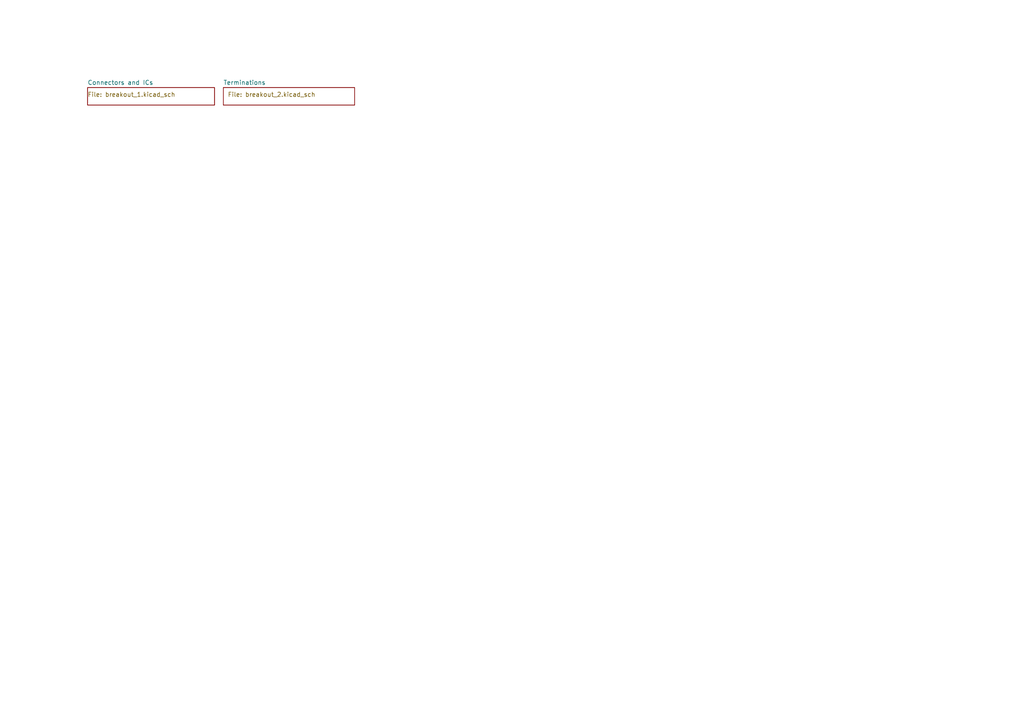
<source format=kicad_sch>
(kicad_sch (version 20211123) (generator eeschema)
  (paper "A4")
  (lib_symbols)
  (sheet (at 25.4 25.4) (size 36.83 5.08)
    (property "Sheet name" "Connectors and ICs" (at 25.4 24.6884 0) (effects (justify left bottom)))
    (property "Sheet file" "breakout_1.kicad_sch" (at 25.4 26.67 0) (effects (justify left top)))
  )
  (sheet (at 64.77 25.4) (size 38.1 5.08)
    (property "Sheet name" "Terminations" (at 64.77 24.6884 0) (effects (justify left bottom)))
    (property "Sheet file" "breakout_2.kicad_sch" (at 66.04 26.67 0) (effects (justify left top)))
  )
)
</source>
